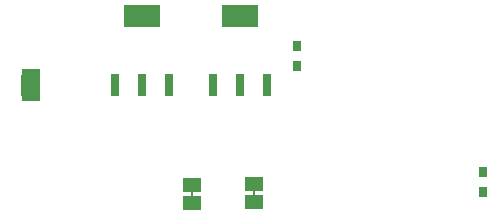
<source format=gbr>
G04 DipTrace 3.1.0.0*
G04 BottomPaste.gbr*
%MOIN*%
G04 #@! TF.FileFunction,Paste,Bot*
G04 #@! TF.Part,Single*
%ADD46R,0.063X0.046*%
%ADD47R,0.008X0.025*%
%ADD65R,0.120079X0.076772*%
%ADD67R,0.029528X0.076772*%
%ADD85R,0.031496X0.035433*%
%FSLAX26Y26*%
G04*
G70*
G90*
G75*
G01*
G04 BotPaste*
%LPD*%
D85*
X1567904Y391983D3*
Y325054D3*
X949089Y810777D3*
Y743848D3*
D46*
X805324Y350056D3*
Y290056D3*
D47*
Y320056D3*
D46*
X599014Y347468D3*
Y287468D3*
D47*
Y317468D3*
D67*
X524045Y681341D3*
X433493D3*
X342942D3*
D65*
X433493Y909688D3*
D67*
X849079Y681341D3*
X758528D3*
X667976D3*
D65*
X758528Y909688D3*
D46*
X61496Y710088D3*
Y650088D3*
G36*
X30243Y712594D2*
X92749D1*
Y643837D1*
X30243D1*
Y712594D1*
G37*
M02*

</source>
